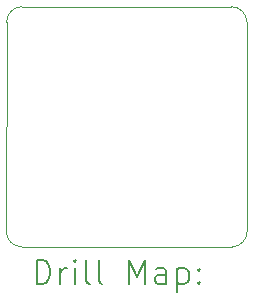
<source format=gbr>
%TF.GenerationSoftware,KiCad,Pcbnew,8.0.5*%
%TF.CreationDate,2024-09-21T22:46:54-06:00*%
%TF.ProjectId,KiCad_MiniBadge_Learning,4b694361-645f-44d6-996e-694261646765,rev?*%
%TF.SameCoordinates,Original*%
%TF.FileFunction,Drillmap*%
%TF.FilePolarity,Positive*%
%FSLAX45Y45*%
G04 Gerber Fmt 4.5, Leading zero omitted, Abs format (unit mm)*
G04 Created by KiCad (PCBNEW 8.0.5) date 2024-09-21 22:46:54*
%MOMM*%
%LPD*%
G01*
G04 APERTURE LIST*
%ADD10C,0.022970*%
%ADD11C,0.200000*%
G04 APERTURE END LIST*
D10*
X13915380Y-8860500D02*
X13912554Y-10634388D01*
X14044188Y-10762000D02*
X15825468Y-10762286D01*
X15819192Y-8729380D02*
X14042992Y-8728866D01*
X15953080Y-10630652D02*
X15950826Y-8856992D01*
X13915380Y-8860500D02*
G75*
G02*
X14042992Y-8728866I131697J0D01*
G01*
X14044188Y-10762000D02*
G75*
G02*
X13912554Y-10634388I0J131698D01*
G01*
X15819192Y-8729380D02*
G75*
G02*
X15950826Y-8856992I-2J-131700D01*
G01*
X15953080Y-10630652D02*
G75*
G02*
X15825468Y-10762286I-131700J2D01*
G01*
D11*
X14172182Y-11074918D02*
X14172182Y-10874918D01*
X14172182Y-10874918D02*
X14219801Y-10874918D01*
X14219801Y-10874918D02*
X14248373Y-10884442D01*
X14248373Y-10884442D02*
X14267420Y-10903490D01*
X14267420Y-10903490D02*
X14276944Y-10922537D01*
X14276944Y-10922537D02*
X14286468Y-10960632D01*
X14286468Y-10960632D02*
X14286468Y-10989204D01*
X14286468Y-10989204D02*
X14276944Y-11027299D01*
X14276944Y-11027299D02*
X14267420Y-11046347D01*
X14267420Y-11046347D02*
X14248373Y-11065394D01*
X14248373Y-11065394D02*
X14219801Y-11074918D01*
X14219801Y-11074918D02*
X14172182Y-11074918D01*
X14372182Y-11074918D02*
X14372182Y-10941585D01*
X14372182Y-10979680D02*
X14381706Y-10960632D01*
X14381706Y-10960632D02*
X14391230Y-10951109D01*
X14391230Y-10951109D02*
X14410278Y-10941585D01*
X14410278Y-10941585D02*
X14429325Y-10941585D01*
X14495992Y-11074918D02*
X14495992Y-10941585D01*
X14495992Y-10874918D02*
X14486468Y-10884442D01*
X14486468Y-10884442D02*
X14495992Y-10893966D01*
X14495992Y-10893966D02*
X14505516Y-10884442D01*
X14505516Y-10884442D02*
X14495992Y-10874918D01*
X14495992Y-10874918D02*
X14495992Y-10893966D01*
X14619801Y-11074918D02*
X14600754Y-11065394D01*
X14600754Y-11065394D02*
X14591230Y-11046347D01*
X14591230Y-11046347D02*
X14591230Y-10874918D01*
X14724563Y-11074918D02*
X14705516Y-11065394D01*
X14705516Y-11065394D02*
X14695992Y-11046347D01*
X14695992Y-11046347D02*
X14695992Y-10874918D01*
X14953135Y-11074918D02*
X14953135Y-10874918D01*
X14953135Y-10874918D02*
X15019801Y-11017775D01*
X15019801Y-11017775D02*
X15086468Y-10874918D01*
X15086468Y-10874918D02*
X15086468Y-11074918D01*
X15267420Y-11074918D02*
X15267420Y-10970156D01*
X15267420Y-10970156D02*
X15257897Y-10951109D01*
X15257897Y-10951109D02*
X15238849Y-10941585D01*
X15238849Y-10941585D02*
X15200754Y-10941585D01*
X15200754Y-10941585D02*
X15181706Y-10951109D01*
X15267420Y-11065394D02*
X15248373Y-11074918D01*
X15248373Y-11074918D02*
X15200754Y-11074918D01*
X15200754Y-11074918D02*
X15181706Y-11065394D01*
X15181706Y-11065394D02*
X15172182Y-11046347D01*
X15172182Y-11046347D02*
X15172182Y-11027299D01*
X15172182Y-11027299D02*
X15181706Y-11008252D01*
X15181706Y-11008252D02*
X15200754Y-10998728D01*
X15200754Y-10998728D02*
X15248373Y-10998728D01*
X15248373Y-10998728D02*
X15267420Y-10989204D01*
X15362659Y-10941585D02*
X15362659Y-11141585D01*
X15362659Y-10951109D02*
X15381706Y-10941585D01*
X15381706Y-10941585D02*
X15419801Y-10941585D01*
X15419801Y-10941585D02*
X15438849Y-10951109D01*
X15438849Y-10951109D02*
X15448373Y-10960632D01*
X15448373Y-10960632D02*
X15457897Y-10979680D01*
X15457897Y-10979680D02*
X15457897Y-11036823D01*
X15457897Y-11036823D02*
X15448373Y-11055871D01*
X15448373Y-11055871D02*
X15438849Y-11065394D01*
X15438849Y-11065394D02*
X15419801Y-11074918D01*
X15419801Y-11074918D02*
X15381706Y-11074918D01*
X15381706Y-11074918D02*
X15362659Y-11065394D01*
X15543611Y-11055871D02*
X15553135Y-11065394D01*
X15553135Y-11065394D02*
X15543611Y-11074918D01*
X15543611Y-11074918D02*
X15534087Y-11065394D01*
X15534087Y-11065394D02*
X15543611Y-11055871D01*
X15543611Y-11055871D02*
X15543611Y-11074918D01*
X15543611Y-10951109D02*
X15553135Y-10960632D01*
X15553135Y-10960632D02*
X15543611Y-10970156D01*
X15543611Y-10970156D02*
X15534087Y-10960632D01*
X15534087Y-10960632D02*
X15543611Y-10951109D01*
X15543611Y-10951109D02*
X15543611Y-10970156D01*
M02*

</source>
